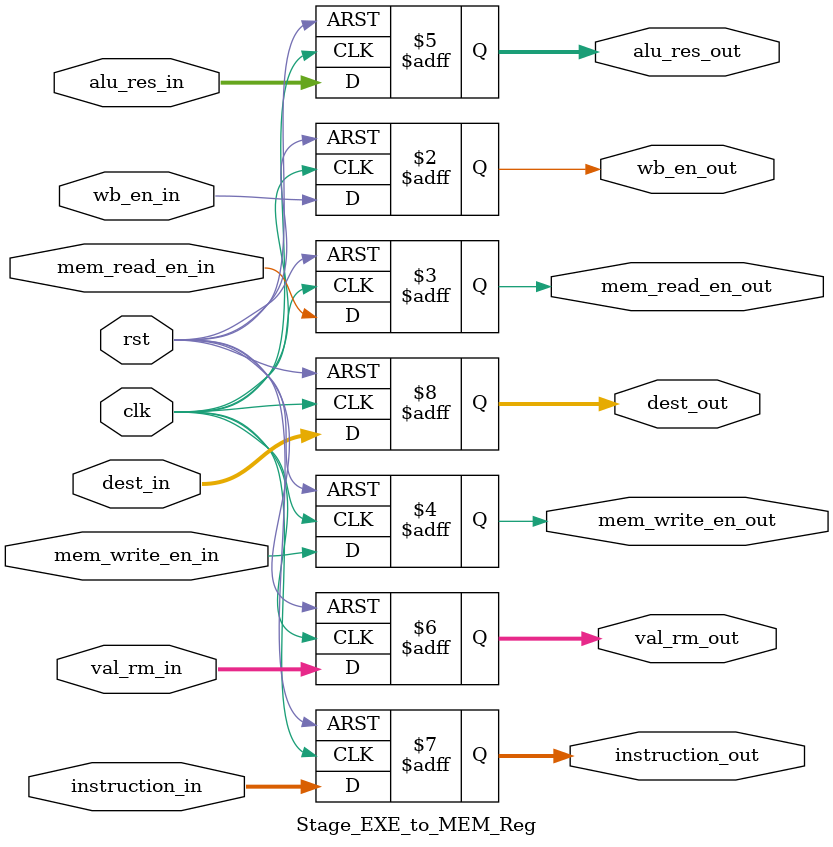
<source format=v>
module Stage_EXE_to_MEM_Reg(
    input clk, rst,
    input wb_en_in, mem_read_en_in, mem_write_en_in,
    input [31:0] alu_res_in, val_rm_in, instruction_in,
    input [3:0] dest_in,
    output reg wb_en_out, mem_read_en_out, mem_write_en_out,
    output reg [31:0] alu_res_out, val_rm_out, instruction_out,
    output reg [3:0] dest_out
);
    always@(posedge clk, posedge rst) begin
        if(rst) begin
            {wb_en_out, mem_read_en_out, mem_write_en_out} <= 3'd0;
            {alu_res_out, val_rm_out, instruction_out} <= 96'd0;
            dest_out <= 4'd0;
        end else begin
            {wb_en_out, mem_read_en_out, mem_write_en_out} <= {wb_en_in, mem_read_en_in, mem_write_en_in};
            {alu_res_out, val_rm_out, instruction_out} <= {alu_res_in, val_rm_in, instruction_in};
            dest_out <= dest_in;
        end
    end
endmodule
</source>
